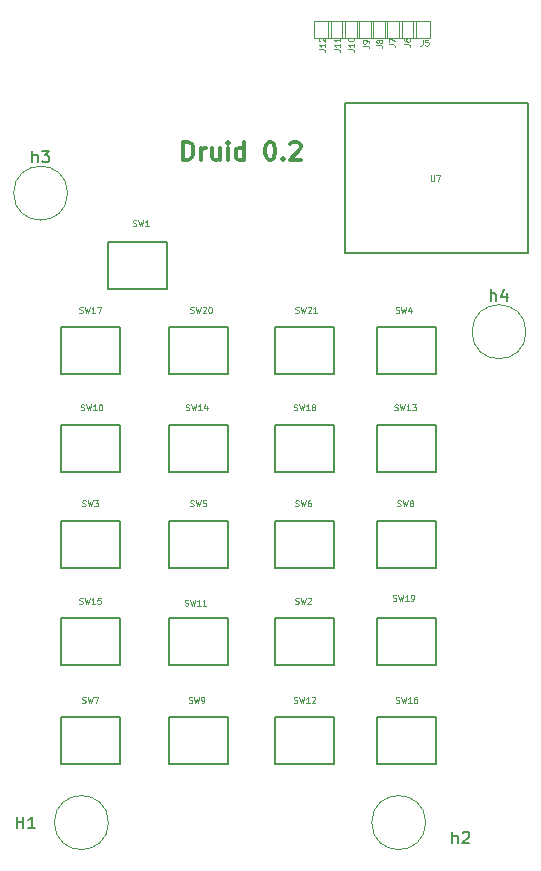
<source format=gbr>
G04 #@! TF.GenerationSoftware,KiCad,Pcbnew,5.0.2*
G04 #@! TF.CreationDate,2019-03-01T11:34:39+03:00*
G04 #@! TF.ProjectId,xmobile,786d6f62-696c-4652-9e6b-696361645f70,rev?*
G04 #@! TF.SameCoordinates,Original*
G04 #@! TF.FileFunction,Legend,Top*
G04 #@! TF.FilePolarity,Positive*
%FSLAX46Y46*%
G04 Gerber Fmt 4.6, Leading zero omitted, Abs format (unit mm)*
G04 Created by KiCad (PCBNEW 5.0.2) date Пт 01 мар 2019 11:34:39*
%MOMM*%
%LPD*%
G01*
G04 APERTURE LIST*
%ADD10C,0.300000*%
%ADD11C,0.120000*%
%ADD12C,0.150000*%
%ADD13C,0.125000*%
G04 APERTURE END LIST*
D10*
X160671428Y-80978571D02*
X160671428Y-79478571D01*
X161028571Y-79478571D01*
X161242857Y-79550000D01*
X161385714Y-79692857D01*
X161457142Y-79835714D01*
X161528571Y-80121428D01*
X161528571Y-80335714D01*
X161457142Y-80621428D01*
X161385714Y-80764285D01*
X161242857Y-80907142D01*
X161028571Y-80978571D01*
X160671428Y-80978571D01*
X162171428Y-80978571D02*
X162171428Y-79978571D01*
X162171428Y-80264285D02*
X162242857Y-80121428D01*
X162314285Y-80050000D01*
X162457142Y-79978571D01*
X162600000Y-79978571D01*
X163742857Y-79978571D02*
X163742857Y-80978571D01*
X163100000Y-79978571D02*
X163100000Y-80764285D01*
X163171428Y-80907142D01*
X163314285Y-80978571D01*
X163528571Y-80978571D01*
X163671428Y-80907142D01*
X163742857Y-80835714D01*
X164457142Y-80978571D02*
X164457142Y-79978571D01*
X164457142Y-79478571D02*
X164385714Y-79550000D01*
X164457142Y-79621428D01*
X164528571Y-79550000D01*
X164457142Y-79478571D01*
X164457142Y-79621428D01*
X165814285Y-80978571D02*
X165814285Y-79478571D01*
X165814285Y-80907142D02*
X165671428Y-80978571D01*
X165385714Y-80978571D01*
X165242857Y-80907142D01*
X165171428Y-80835714D01*
X165100000Y-80692857D01*
X165100000Y-80264285D01*
X165171428Y-80121428D01*
X165242857Y-80050000D01*
X165385714Y-79978571D01*
X165671428Y-79978571D01*
X165814285Y-80050000D01*
X167957142Y-79478571D02*
X168100000Y-79478571D01*
X168242857Y-79550000D01*
X168314285Y-79621428D01*
X168385714Y-79764285D01*
X168457142Y-80050000D01*
X168457142Y-80407142D01*
X168385714Y-80692857D01*
X168314285Y-80835714D01*
X168242857Y-80907142D01*
X168100000Y-80978571D01*
X167957142Y-80978571D01*
X167814285Y-80907142D01*
X167742857Y-80835714D01*
X167671428Y-80692857D01*
X167600000Y-80407142D01*
X167600000Y-80050000D01*
X167671428Y-79764285D01*
X167742857Y-79621428D01*
X167814285Y-79550000D01*
X167957142Y-79478571D01*
X169100000Y-80835714D02*
X169171428Y-80907142D01*
X169100000Y-80978571D01*
X169028571Y-80907142D01*
X169100000Y-80835714D01*
X169100000Y-80978571D01*
X169742857Y-79621428D02*
X169814285Y-79550000D01*
X169957142Y-79478571D01*
X170314285Y-79478571D01*
X170457142Y-79550000D01*
X170528571Y-79621428D01*
X170600000Y-79764285D01*
X170600000Y-79907142D01*
X170528571Y-80121428D01*
X169671428Y-80978571D01*
X170600000Y-80978571D01*
D11*
G04 #@! TO.C,h3*
X150876000Y-83820000D02*
G75*
G03X150876000Y-83820000I-2286000J0D01*
G01*
G04 #@! TO.C,h4*
X189687000Y-95554800D02*
G75*
G03X189687000Y-95554800I-2286000J0D01*
G01*
G04 #@! TO.C,h2*
X181191000Y-137109000D02*
G75*
G03X181191000Y-137109000I-2286000J0D01*
G01*
G04 #@! TO.C,H1*
X154330000Y-137109000D02*
G75*
G03X154330000Y-137109000I-2286000J0D01*
G01*
D12*
G04 #@! TO.C,SW1*
X159323000Y-91940000D02*
X159323000Y-87940000D01*
X154323000Y-91940000D02*
X159323000Y-91940000D01*
X154323000Y-87940000D02*
X154323000Y-91940000D01*
X159323000Y-87940000D02*
X154323000Y-87940000D01*
G04 #@! TO.C,SW2*
X173442000Y-123793000D02*
X173442000Y-119793000D01*
X168442000Y-123793000D02*
X173442000Y-123793000D01*
X168442000Y-119793000D02*
X168442000Y-123793000D01*
X173442000Y-119793000D02*
X168442000Y-119793000D01*
G04 #@! TO.C,SW3*
X155281000Y-115538000D02*
X155281000Y-111538000D01*
X150281000Y-115538000D02*
X155281000Y-115538000D01*
X150281000Y-111538000D02*
X150281000Y-115538000D01*
X155281000Y-111538000D02*
X150281000Y-111538000D01*
G04 #@! TO.C,SW4*
X182078000Y-99155000D02*
X182078000Y-95155000D01*
X177078000Y-99155000D02*
X182078000Y-99155000D01*
X177078000Y-95155000D02*
X177078000Y-99155000D01*
X182078000Y-95155000D02*
X177078000Y-95155000D01*
G04 #@! TO.C,SW5*
X164425000Y-115538000D02*
X164425000Y-111538000D01*
X159425000Y-115538000D02*
X164425000Y-115538000D01*
X159425000Y-111538000D02*
X159425000Y-115538000D01*
X164425000Y-111538000D02*
X159425000Y-111538000D01*
G04 #@! TO.C,SW6*
X173442000Y-115538000D02*
X173442000Y-111538000D01*
X168442000Y-115538000D02*
X173442000Y-115538000D01*
X168442000Y-111538000D02*
X168442000Y-115538000D01*
X173442000Y-111538000D02*
X168442000Y-111538000D01*
G04 #@! TO.C,SW7*
X155281000Y-132175000D02*
X155281000Y-128175000D01*
X150281000Y-132175000D02*
X155281000Y-132175000D01*
X150281000Y-128175000D02*
X150281000Y-132175000D01*
X155281000Y-128175000D02*
X150281000Y-128175000D01*
G04 #@! TO.C,SW8*
X182078000Y-115538000D02*
X182078000Y-111538000D01*
X177078000Y-115538000D02*
X182078000Y-115538000D01*
X177078000Y-111538000D02*
X177078000Y-115538000D01*
X182078000Y-111538000D02*
X177078000Y-111538000D01*
G04 #@! TO.C,SW9*
X164425000Y-132175000D02*
X164425000Y-128175000D01*
X159425000Y-132175000D02*
X164425000Y-132175000D01*
X159425000Y-128175000D02*
X159425000Y-132175000D01*
X164425000Y-128175000D02*
X159425000Y-128175000D01*
G04 #@! TO.C,SW10*
X155281000Y-107410000D02*
X155281000Y-103410000D01*
X150281000Y-107410000D02*
X155281000Y-107410000D01*
X150281000Y-103410000D02*
X150281000Y-107410000D01*
X155281000Y-103410000D02*
X150281000Y-103410000D01*
G04 #@! TO.C,SW11*
X164425000Y-123793000D02*
X164425000Y-119793000D01*
X159425000Y-123793000D02*
X164425000Y-123793000D01*
X159425000Y-119793000D02*
X159425000Y-123793000D01*
X164425000Y-119793000D02*
X159425000Y-119793000D01*
G04 #@! TO.C,SW12*
X173442000Y-132175000D02*
X173442000Y-128175000D01*
X168442000Y-132175000D02*
X173442000Y-132175000D01*
X168442000Y-128175000D02*
X168442000Y-132175000D01*
X173442000Y-128175000D02*
X168442000Y-128175000D01*
G04 #@! TO.C,SW13*
X182078000Y-107410000D02*
X182078000Y-103410000D01*
X177078000Y-107410000D02*
X182078000Y-107410000D01*
X177078000Y-103410000D02*
X177078000Y-107410000D01*
X182078000Y-103410000D02*
X177078000Y-103410000D01*
G04 #@! TO.C,SW14*
X164425000Y-107410000D02*
X164425000Y-103410000D01*
X159425000Y-107410000D02*
X164425000Y-107410000D01*
X159425000Y-103410000D02*
X159425000Y-107410000D01*
X164425000Y-103410000D02*
X159425000Y-103410000D01*
G04 #@! TO.C,SW15*
X155281000Y-123793000D02*
X155281000Y-119793000D01*
X150281000Y-123793000D02*
X155281000Y-123793000D01*
X150281000Y-119793000D02*
X150281000Y-123793000D01*
X155281000Y-119793000D02*
X150281000Y-119793000D01*
G04 #@! TO.C,SW16*
X182078000Y-132175000D02*
X182078000Y-128175000D01*
X177078000Y-132175000D02*
X182078000Y-132175000D01*
X177078000Y-128175000D02*
X177078000Y-132175000D01*
X182078000Y-128175000D02*
X177078000Y-128175000D01*
G04 #@! TO.C,SW17*
X155281000Y-99155000D02*
X155281000Y-95155000D01*
X150281000Y-99155000D02*
X155281000Y-99155000D01*
X150281000Y-95155000D02*
X150281000Y-99155000D01*
X155281000Y-95155000D02*
X150281000Y-95155000D01*
G04 #@! TO.C,SW18*
X173442000Y-107410000D02*
X173442000Y-103410000D01*
X168442000Y-107410000D02*
X173442000Y-107410000D01*
X168442000Y-103410000D02*
X168442000Y-107410000D01*
X173442000Y-103410000D02*
X168442000Y-103410000D01*
G04 #@! TO.C,SW19*
X182078000Y-123793000D02*
X182078000Y-119793000D01*
X177078000Y-123793000D02*
X182078000Y-123793000D01*
X177078000Y-119793000D02*
X177078000Y-123793000D01*
X182078000Y-119793000D02*
X177078000Y-119793000D01*
G04 #@! TO.C,SW20*
X164425000Y-99155000D02*
X164425000Y-95155000D01*
X159425000Y-99155000D02*
X164425000Y-99155000D01*
X159425000Y-95155000D02*
X159425000Y-99155000D01*
X164425000Y-95155000D02*
X159425000Y-95155000D01*
G04 #@! TO.C,SW21*
X173442000Y-99155000D02*
X173442000Y-95155000D01*
X168442000Y-99155000D02*
X173442000Y-99155000D01*
X168442000Y-95155000D02*
X168442000Y-99155000D01*
X173442000Y-95155000D02*
X168442000Y-95155000D01*
G04 #@! TO.C,U7*
X174380000Y-88875000D02*
X174380000Y-82550000D01*
X189830000Y-88875000D02*
X174380000Y-88875000D01*
X189830000Y-76225000D02*
X189830000Y-88875000D01*
X174380000Y-76225000D02*
X189830000Y-76225000D01*
X174380000Y-82550000D02*
X174380000Y-76225000D01*
X189830000Y-88875000D02*
X189830000Y-88660000D01*
D11*
G04 #@! TO.C,J5*
X180150000Y-69250000D02*
X181550000Y-69250000D01*
X181550000Y-69250000D02*
X181550000Y-70650000D01*
X181550000Y-70650000D02*
X180150000Y-70650000D01*
X180150000Y-70650000D02*
X180150000Y-69250000D01*
G04 #@! TO.C,J6*
X178950000Y-70650000D02*
X178950000Y-69250000D01*
X180350000Y-70650000D02*
X178950000Y-70650000D01*
X180350000Y-69250000D02*
X180350000Y-70650000D01*
X178950000Y-69250000D02*
X180350000Y-69250000D01*
G04 #@! TO.C,J7*
X177750000Y-69250000D02*
X179150000Y-69250000D01*
X179150000Y-69250000D02*
X179150000Y-70650000D01*
X179150000Y-70650000D02*
X177750000Y-70650000D01*
X177750000Y-70650000D02*
X177750000Y-69250000D01*
G04 #@! TO.C,J8*
X176550000Y-70650000D02*
X176550000Y-69250000D01*
X177950000Y-70650000D02*
X176550000Y-70650000D01*
X177950000Y-69250000D02*
X177950000Y-70650000D01*
X176550000Y-69250000D02*
X177950000Y-69250000D01*
G04 #@! TO.C,J9*
X175350000Y-69250000D02*
X176750000Y-69250000D01*
X176750000Y-69250000D02*
X176750000Y-70650000D01*
X176750000Y-70650000D02*
X175350000Y-70650000D01*
X175350000Y-70650000D02*
X175350000Y-69250000D01*
G04 #@! TO.C,J10*
X174150000Y-70650000D02*
X174150000Y-69250000D01*
X175550000Y-70650000D02*
X174150000Y-70650000D01*
X175550000Y-69250000D02*
X175550000Y-70650000D01*
X174150000Y-69250000D02*
X175550000Y-69250000D01*
G04 #@! TO.C,J11*
X172950000Y-69250000D02*
X174350000Y-69250000D01*
X174350000Y-69250000D02*
X174350000Y-70650000D01*
X174350000Y-70650000D02*
X172950000Y-70650000D01*
X172950000Y-70650000D02*
X172950000Y-69250000D01*
G04 #@! TO.C,J12*
X171750000Y-70650000D02*
X171750000Y-69250000D01*
X173150000Y-70650000D02*
X171750000Y-70650000D01*
X173150000Y-69250000D02*
X173150000Y-70650000D01*
X171750000Y-69250000D02*
X173150000Y-69250000D01*
G04 #@! TO.C,h3*
D12*
X147899523Y-81224380D02*
X147899523Y-80224380D01*
X148328095Y-81224380D02*
X148328095Y-80700571D01*
X148280476Y-80605333D01*
X148185238Y-80557714D01*
X148042380Y-80557714D01*
X147947142Y-80605333D01*
X147899523Y-80652952D01*
X148709047Y-80224380D02*
X149328095Y-80224380D01*
X148994761Y-80605333D01*
X149137619Y-80605333D01*
X149232857Y-80652952D01*
X149280476Y-80700571D01*
X149328095Y-80795809D01*
X149328095Y-81033904D01*
X149280476Y-81129142D01*
X149232857Y-81176761D01*
X149137619Y-81224380D01*
X148851904Y-81224380D01*
X148756666Y-81176761D01*
X148709047Y-81129142D01*
G04 #@! TO.C,h4*
X186710523Y-92959180D02*
X186710523Y-91959180D01*
X187139095Y-92959180D02*
X187139095Y-92435371D01*
X187091476Y-92340133D01*
X186996238Y-92292514D01*
X186853380Y-92292514D01*
X186758142Y-92340133D01*
X186710523Y-92387752D01*
X188043857Y-92292514D02*
X188043857Y-92959180D01*
X187805761Y-91911561D02*
X187567666Y-92625847D01*
X188186714Y-92625847D01*
G04 #@! TO.C,h2*
X183459623Y-138882180D02*
X183459623Y-137882180D01*
X183888195Y-138882180D02*
X183888195Y-138358371D01*
X183840576Y-138263133D01*
X183745338Y-138215514D01*
X183602480Y-138215514D01*
X183507242Y-138263133D01*
X183459623Y-138310752D01*
X184316766Y-137977419D02*
X184364385Y-137929800D01*
X184459623Y-137882180D01*
X184697719Y-137882180D01*
X184792957Y-137929800D01*
X184840576Y-137977419D01*
X184888195Y-138072657D01*
X184888195Y-138167895D01*
X184840576Y-138310752D01*
X184269147Y-138882180D01*
X184888195Y-138882180D01*
G04 #@! TO.C,H1*
X146557695Y-137612180D02*
X146557695Y-136612180D01*
X146557695Y-137088371D02*
X147129123Y-137088371D01*
X147129123Y-137612180D02*
X147129123Y-136612180D01*
X148129123Y-137612180D02*
X147557695Y-137612180D01*
X147843409Y-137612180D02*
X147843409Y-136612180D01*
X147748171Y-136755038D01*
X147652933Y-136850276D01*
X147557695Y-136897895D01*
G04 #@! TO.C,SW1*
D13*
X156410333Y-86586380D02*
X156481761Y-86610190D01*
X156600809Y-86610190D01*
X156648428Y-86586380D01*
X156672238Y-86562571D01*
X156696047Y-86514952D01*
X156696047Y-86467333D01*
X156672238Y-86419714D01*
X156648428Y-86395904D01*
X156600809Y-86372095D01*
X156505571Y-86348285D01*
X156457952Y-86324476D01*
X156434142Y-86300666D01*
X156410333Y-86253047D01*
X156410333Y-86205428D01*
X156434142Y-86157809D01*
X156457952Y-86134000D01*
X156505571Y-86110190D01*
X156624619Y-86110190D01*
X156696047Y-86134000D01*
X156862714Y-86110190D02*
X156981761Y-86610190D01*
X157077000Y-86253047D01*
X157172238Y-86610190D01*
X157291285Y-86110190D01*
X157743666Y-86610190D02*
X157457952Y-86610190D01*
X157600809Y-86610190D02*
X157600809Y-86110190D01*
X157553190Y-86181619D01*
X157505571Y-86229238D01*
X157457952Y-86253047D01*
G04 #@! TO.C,SW2*
X170148333Y-118566380D02*
X170219761Y-118590190D01*
X170338809Y-118590190D01*
X170386428Y-118566380D01*
X170410238Y-118542571D01*
X170434047Y-118494952D01*
X170434047Y-118447333D01*
X170410238Y-118399714D01*
X170386428Y-118375904D01*
X170338809Y-118352095D01*
X170243571Y-118328285D01*
X170195952Y-118304476D01*
X170172142Y-118280666D01*
X170148333Y-118233047D01*
X170148333Y-118185428D01*
X170172142Y-118137809D01*
X170195952Y-118114000D01*
X170243571Y-118090190D01*
X170362619Y-118090190D01*
X170434047Y-118114000D01*
X170600714Y-118090190D02*
X170719761Y-118590190D01*
X170815000Y-118233047D01*
X170910238Y-118590190D01*
X171029285Y-118090190D01*
X171195952Y-118137809D02*
X171219761Y-118114000D01*
X171267380Y-118090190D01*
X171386428Y-118090190D01*
X171434047Y-118114000D01*
X171457857Y-118137809D01*
X171481666Y-118185428D01*
X171481666Y-118233047D01*
X171457857Y-118304476D01*
X171172142Y-118590190D01*
X171481666Y-118590190D01*
G04 #@! TO.C,SW3*
X152114333Y-110311380D02*
X152185761Y-110335190D01*
X152304809Y-110335190D01*
X152352428Y-110311380D01*
X152376238Y-110287571D01*
X152400047Y-110239952D01*
X152400047Y-110192333D01*
X152376238Y-110144714D01*
X152352428Y-110120904D01*
X152304809Y-110097095D01*
X152209571Y-110073285D01*
X152161952Y-110049476D01*
X152138142Y-110025666D01*
X152114333Y-109978047D01*
X152114333Y-109930428D01*
X152138142Y-109882809D01*
X152161952Y-109859000D01*
X152209571Y-109835190D01*
X152328619Y-109835190D01*
X152400047Y-109859000D01*
X152566714Y-109835190D02*
X152685761Y-110335190D01*
X152781000Y-109978047D01*
X152876238Y-110335190D01*
X152995285Y-109835190D01*
X153138142Y-109835190D02*
X153447666Y-109835190D01*
X153281000Y-110025666D01*
X153352428Y-110025666D01*
X153400047Y-110049476D01*
X153423857Y-110073285D01*
X153447666Y-110120904D01*
X153447666Y-110239952D01*
X153423857Y-110287571D01*
X153400047Y-110311380D01*
X153352428Y-110335190D01*
X153209571Y-110335190D01*
X153161952Y-110311380D01*
X153138142Y-110287571D01*
G04 #@! TO.C,SW4*
X178657333Y-93928380D02*
X178728761Y-93952190D01*
X178847809Y-93952190D01*
X178895428Y-93928380D01*
X178919238Y-93904571D01*
X178943047Y-93856952D01*
X178943047Y-93809333D01*
X178919238Y-93761714D01*
X178895428Y-93737904D01*
X178847809Y-93714095D01*
X178752571Y-93690285D01*
X178704952Y-93666476D01*
X178681142Y-93642666D01*
X178657333Y-93595047D01*
X178657333Y-93547428D01*
X178681142Y-93499809D01*
X178704952Y-93476000D01*
X178752571Y-93452190D01*
X178871619Y-93452190D01*
X178943047Y-93476000D01*
X179109714Y-93452190D02*
X179228761Y-93952190D01*
X179324000Y-93595047D01*
X179419238Y-93952190D01*
X179538285Y-93452190D01*
X179943047Y-93618857D02*
X179943047Y-93952190D01*
X179824000Y-93428380D02*
X179704952Y-93785523D01*
X180014476Y-93785523D01*
G04 #@! TO.C,SW5*
X161258333Y-110311380D02*
X161329761Y-110335190D01*
X161448809Y-110335190D01*
X161496428Y-110311380D01*
X161520238Y-110287571D01*
X161544047Y-110239952D01*
X161544047Y-110192333D01*
X161520238Y-110144714D01*
X161496428Y-110120904D01*
X161448809Y-110097095D01*
X161353571Y-110073285D01*
X161305952Y-110049476D01*
X161282142Y-110025666D01*
X161258333Y-109978047D01*
X161258333Y-109930428D01*
X161282142Y-109882809D01*
X161305952Y-109859000D01*
X161353571Y-109835190D01*
X161472619Y-109835190D01*
X161544047Y-109859000D01*
X161710714Y-109835190D02*
X161829761Y-110335190D01*
X161925000Y-109978047D01*
X162020238Y-110335190D01*
X162139285Y-109835190D01*
X162567857Y-109835190D02*
X162329761Y-109835190D01*
X162305952Y-110073285D01*
X162329761Y-110049476D01*
X162377380Y-110025666D01*
X162496428Y-110025666D01*
X162544047Y-110049476D01*
X162567857Y-110073285D01*
X162591666Y-110120904D01*
X162591666Y-110239952D01*
X162567857Y-110287571D01*
X162544047Y-110311380D01*
X162496428Y-110335190D01*
X162377380Y-110335190D01*
X162329761Y-110311380D01*
X162305952Y-110287571D01*
G04 #@! TO.C,SW6*
X170148333Y-110311380D02*
X170219761Y-110335190D01*
X170338809Y-110335190D01*
X170386428Y-110311380D01*
X170410238Y-110287571D01*
X170434047Y-110239952D01*
X170434047Y-110192333D01*
X170410238Y-110144714D01*
X170386428Y-110120904D01*
X170338809Y-110097095D01*
X170243571Y-110073285D01*
X170195952Y-110049476D01*
X170172142Y-110025666D01*
X170148333Y-109978047D01*
X170148333Y-109930428D01*
X170172142Y-109882809D01*
X170195952Y-109859000D01*
X170243571Y-109835190D01*
X170362619Y-109835190D01*
X170434047Y-109859000D01*
X170600714Y-109835190D02*
X170719761Y-110335190D01*
X170815000Y-109978047D01*
X170910238Y-110335190D01*
X171029285Y-109835190D01*
X171434047Y-109835190D02*
X171338809Y-109835190D01*
X171291190Y-109859000D01*
X171267380Y-109882809D01*
X171219761Y-109954238D01*
X171195952Y-110049476D01*
X171195952Y-110239952D01*
X171219761Y-110287571D01*
X171243571Y-110311380D01*
X171291190Y-110335190D01*
X171386428Y-110335190D01*
X171434047Y-110311380D01*
X171457857Y-110287571D01*
X171481666Y-110239952D01*
X171481666Y-110120904D01*
X171457857Y-110073285D01*
X171434047Y-110049476D01*
X171386428Y-110025666D01*
X171291190Y-110025666D01*
X171243571Y-110049476D01*
X171219761Y-110073285D01*
X171195952Y-110120904D01*
G04 #@! TO.C,SW7*
X152114333Y-126948380D02*
X152185761Y-126972190D01*
X152304809Y-126972190D01*
X152352428Y-126948380D01*
X152376238Y-126924571D01*
X152400047Y-126876952D01*
X152400047Y-126829333D01*
X152376238Y-126781714D01*
X152352428Y-126757904D01*
X152304809Y-126734095D01*
X152209571Y-126710285D01*
X152161952Y-126686476D01*
X152138142Y-126662666D01*
X152114333Y-126615047D01*
X152114333Y-126567428D01*
X152138142Y-126519809D01*
X152161952Y-126496000D01*
X152209571Y-126472190D01*
X152328619Y-126472190D01*
X152400047Y-126496000D01*
X152566714Y-126472190D02*
X152685761Y-126972190D01*
X152781000Y-126615047D01*
X152876238Y-126972190D01*
X152995285Y-126472190D01*
X153138142Y-126472190D02*
X153471476Y-126472190D01*
X153257190Y-126972190D01*
G04 #@! TO.C,SW8*
X178784333Y-110311380D02*
X178855761Y-110335190D01*
X178974809Y-110335190D01*
X179022428Y-110311380D01*
X179046238Y-110287571D01*
X179070047Y-110239952D01*
X179070047Y-110192333D01*
X179046238Y-110144714D01*
X179022428Y-110120904D01*
X178974809Y-110097095D01*
X178879571Y-110073285D01*
X178831952Y-110049476D01*
X178808142Y-110025666D01*
X178784333Y-109978047D01*
X178784333Y-109930428D01*
X178808142Y-109882809D01*
X178831952Y-109859000D01*
X178879571Y-109835190D01*
X178998619Y-109835190D01*
X179070047Y-109859000D01*
X179236714Y-109835190D02*
X179355761Y-110335190D01*
X179451000Y-109978047D01*
X179546238Y-110335190D01*
X179665285Y-109835190D01*
X179927190Y-110049476D02*
X179879571Y-110025666D01*
X179855761Y-110001857D01*
X179831952Y-109954238D01*
X179831952Y-109930428D01*
X179855761Y-109882809D01*
X179879571Y-109859000D01*
X179927190Y-109835190D01*
X180022428Y-109835190D01*
X180070047Y-109859000D01*
X180093857Y-109882809D01*
X180117666Y-109930428D01*
X180117666Y-109954238D01*
X180093857Y-110001857D01*
X180070047Y-110025666D01*
X180022428Y-110049476D01*
X179927190Y-110049476D01*
X179879571Y-110073285D01*
X179855761Y-110097095D01*
X179831952Y-110144714D01*
X179831952Y-110239952D01*
X179855761Y-110287571D01*
X179879571Y-110311380D01*
X179927190Y-110335190D01*
X180022428Y-110335190D01*
X180070047Y-110311380D01*
X180093857Y-110287571D01*
X180117666Y-110239952D01*
X180117666Y-110144714D01*
X180093857Y-110097095D01*
X180070047Y-110073285D01*
X180022428Y-110049476D01*
G04 #@! TO.C,SW9*
X161131333Y-126948380D02*
X161202761Y-126972190D01*
X161321809Y-126972190D01*
X161369428Y-126948380D01*
X161393238Y-126924571D01*
X161417047Y-126876952D01*
X161417047Y-126829333D01*
X161393238Y-126781714D01*
X161369428Y-126757904D01*
X161321809Y-126734095D01*
X161226571Y-126710285D01*
X161178952Y-126686476D01*
X161155142Y-126662666D01*
X161131333Y-126615047D01*
X161131333Y-126567428D01*
X161155142Y-126519809D01*
X161178952Y-126496000D01*
X161226571Y-126472190D01*
X161345619Y-126472190D01*
X161417047Y-126496000D01*
X161583714Y-126472190D02*
X161702761Y-126972190D01*
X161798000Y-126615047D01*
X161893238Y-126972190D01*
X162012285Y-126472190D01*
X162226571Y-126972190D02*
X162321809Y-126972190D01*
X162369428Y-126948380D01*
X162393238Y-126924571D01*
X162440857Y-126853142D01*
X162464666Y-126757904D01*
X162464666Y-126567428D01*
X162440857Y-126519809D01*
X162417047Y-126496000D01*
X162369428Y-126472190D01*
X162274190Y-126472190D01*
X162226571Y-126496000D01*
X162202761Y-126519809D01*
X162178952Y-126567428D01*
X162178952Y-126686476D01*
X162202761Y-126734095D01*
X162226571Y-126757904D01*
X162274190Y-126781714D01*
X162369428Y-126781714D01*
X162417047Y-126757904D01*
X162440857Y-126734095D01*
X162464666Y-126686476D01*
G04 #@! TO.C,SW10*
X152003238Y-102183380D02*
X152074666Y-102207190D01*
X152193714Y-102207190D01*
X152241333Y-102183380D01*
X152265142Y-102159571D01*
X152288952Y-102111952D01*
X152288952Y-102064333D01*
X152265142Y-102016714D01*
X152241333Y-101992904D01*
X152193714Y-101969095D01*
X152098476Y-101945285D01*
X152050857Y-101921476D01*
X152027047Y-101897666D01*
X152003238Y-101850047D01*
X152003238Y-101802428D01*
X152027047Y-101754809D01*
X152050857Y-101731000D01*
X152098476Y-101707190D01*
X152217523Y-101707190D01*
X152288952Y-101731000D01*
X152455619Y-101707190D02*
X152574666Y-102207190D01*
X152669904Y-101850047D01*
X152765142Y-102207190D01*
X152884190Y-101707190D01*
X153336571Y-102207190D02*
X153050857Y-102207190D01*
X153193714Y-102207190D02*
X153193714Y-101707190D01*
X153146095Y-101778619D01*
X153098476Y-101826238D01*
X153050857Y-101850047D01*
X153646095Y-101707190D02*
X153693714Y-101707190D01*
X153741333Y-101731000D01*
X153765142Y-101754809D01*
X153788952Y-101802428D01*
X153812761Y-101897666D01*
X153812761Y-102016714D01*
X153788952Y-102111952D01*
X153765142Y-102159571D01*
X153741333Y-102183380D01*
X153693714Y-102207190D01*
X153646095Y-102207190D01*
X153598476Y-102183380D01*
X153574666Y-102159571D01*
X153550857Y-102111952D01*
X153527047Y-102016714D01*
X153527047Y-101897666D01*
X153550857Y-101802428D01*
X153574666Y-101754809D01*
X153598476Y-101731000D01*
X153646095Y-101707190D01*
G04 #@! TO.C,SW11*
X160795238Y-118717380D02*
X160866666Y-118741190D01*
X160985714Y-118741190D01*
X161033333Y-118717380D01*
X161057142Y-118693571D01*
X161080952Y-118645952D01*
X161080952Y-118598333D01*
X161057142Y-118550714D01*
X161033333Y-118526904D01*
X160985714Y-118503095D01*
X160890476Y-118479285D01*
X160842857Y-118455476D01*
X160819047Y-118431666D01*
X160795238Y-118384047D01*
X160795238Y-118336428D01*
X160819047Y-118288809D01*
X160842857Y-118265000D01*
X160890476Y-118241190D01*
X161009523Y-118241190D01*
X161080952Y-118265000D01*
X161247619Y-118241190D02*
X161366666Y-118741190D01*
X161461904Y-118384047D01*
X161557142Y-118741190D01*
X161676190Y-118241190D01*
X162128571Y-118741190D02*
X161842857Y-118741190D01*
X161985714Y-118741190D02*
X161985714Y-118241190D01*
X161938095Y-118312619D01*
X161890476Y-118360238D01*
X161842857Y-118384047D01*
X162604761Y-118741190D02*
X162319047Y-118741190D01*
X162461904Y-118741190D02*
X162461904Y-118241190D01*
X162414285Y-118312619D01*
X162366666Y-118360238D01*
X162319047Y-118384047D01*
G04 #@! TO.C,SW12*
X170037238Y-126948380D02*
X170108666Y-126972190D01*
X170227714Y-126972190D01*
X170275333Y-126948380D01*
X170299142Y-126924571D01*
X170322952Y-126876952D01*
X170322952Y-126829333D01*
X170299142Y-126781714D01*
X170275333Y-126757904D01*
X170227714Y-126734095D01*
X170132476Y-126710285D01*
X170084857Y-126686476D01*
X170061047Y-126662666D01*
X170037238Y-126615047D01*
X170037238Y-126567428D01*
X170061047Y-126519809D01*
X170084857Y-126496000D01*
X170132476Y-126472190D01*
X170251523Y-126472190D01*
X170322952Y-126496000D01*
X170489619Y-126472190D02*
X170608666Y-126972190D01*
X170703904Y-126615047D01*
X170799142Y-126972190D01*
X170918190Y-126472190D01*
X171370571Y-126972190D02*
X171084857Y-126972190D01*
X171227714Y-126972190D02*
X171227714Y-126472190D01*
X171180095Y-126543619D01*
X171132476Y-126591238D01*
X171084857Y-126615047D01*
X171561047Y-126519809D02*
X171584857Y-126496000D01*
X171632476Y-126472190D01*
X171751523Y-126472190D01*
X171799142Y-126496000D01*
X171822952Y-126519809D01*
X171846761Y-126567428D01*
X171846761Y-126615047D01*
X171822952Y-126686476D01*
X171537238Y-126972190D01*
X171846761Y-126972190D01*
G04 #@! TO.C,SW13*
X178546238Y-102183380D02*
X178617666Y-102207190D01*
X178736714Y-102207190D01*
X178784333Y-102183380D01*
X178808142Y-102159571D01*
X178831952Y-102111952D01*
X178831952Y-102064333D01*
X178808142Y-102016714D01*
X178784333Y-101992904D01*
X178736714Y-101969095D01*
X178641476Y-101945285D01*
X178593857Y-101921476D01*
X178570047Y-101897666D01*
X178546238Y-101850047D01*
X178546238Y-101802428D01*
X178570047Y-101754809D01*
X178593857Y-101731000D01*
X178641476Y-101707190D01*
X178760523Y-101707190D01*
X178831952Y-101731000D01*
X178998619Y-101707190D02*
X179117666Y-102207190D01*
X179212904Y-101850047D01*
X179308142Y-102207190D01*
X179427190Y-101707190D01*
X179879571Y-102207190D02*
X179593857Y-102207190D01*
X179736714Y-102207190D02*
X179736714Y-101707190D01*
X179689095Y-101778619D01*
X179641476Y-101826238D01*
X179593857Y-101850047D01*
X180046238Y-101707190D02*
X180355761Y-101707190D01*
X180189095Y-101897666D01*
X180260523Y-101897666D01*
X180308142Y-101921476D01*
X180331952Y-101945285D01*
X180355761Y-101992904D01*
X180355761Y-102111952D01*
X180331952Y-102159571D01*
X180308142Y-102183380D01*
X180260523Y-102207190D01*
X180117666Y-102207190D01*
X180070047Y-102183380D01*
X180046238Y-102159571D01*
G04 #@! TO.C,SW14*
X160893238Y-102183380D02*
X160964666Y-102207190D01*
X161083714Y-102207190D01*
X161131333Y-102183380D01*
X161155142Y-102159571D01*
X161178952Y-102111952D01*
X161178952Y-102064333D01*
X161155142Y-102016714D01*
X161131333Y-101992904D01*
X161083714Y-101969095D01*
X160988476Y-101945285D01*
X160940857Y-101921476D01*
X160917047Y-101897666D01*
X160893238Y-101850047D01*
X160893238Y-101802428D01*
X160917047Y-101754809D01*
X160940857Y-101731000D01*
X160988476Y-101707190D01*
X161107523Y-101707190D01*
X161178952Y-101731000D01*
X161345619Y-101707190D02*
X161464666Y-102207190D01*
X161559904Y-101850047D01*
X161655142Y-102207190D01*
X161774190Y-101707190D01*
X162226571Y-102207190D02*
X161940857Y-102207190D01*
X162083714Y-102207190D02*
X162083714Y-101707190D01*
X162036095Y-101778619D01*
X161988476Y-101826238D01*
X161940857Y-101850047D01*
X162655142Y-101873857D02*
X162655142Y-102207190D01*
X162536095Y-101683380D02*
X162417047Y-102040523D01*
X162726571Y-102040523D01*
G04 #@! TO.C,SW15*
X151876238Y-118566380D02*
X151947666Y-118590190D01*
X152066714Y-118590190D01*
X152114333Y-118566380D01*
X152138142Y-118542571D01*
X152161952Y-118494952D01*
X152161952Y-118447333D01*
X152138142Y-118399714D01*
X152114333Y-118375904D01*
X152066714Y-118352095D01*
X151971476Y-118328285D01*
X151923857Y-118304476D01*
X151900047Y-118280666D01*
X151876238Y-118233047D01*
X151876238Y-118185428D01*
X151900047Y-118137809D01*
X151923857Y-118114000D01*
X151971476Y-118090190D01*
X152090523Y-118090190D01*
X152161952Y-118114000D01*
X152328619Y-118090190D02*
X152447666Y-118590190D01*
X152542904Y-118233047D01*
X152638142Y-118590190D01*
X152757190Y-118090190D01*
X153209571Y-118590190D02*
X152923857Y-118590190D01*
X153066714Y-118590190D02*
X153066714Y-118090190D01*
X153019095Y-118161619D01*
X152971476Y-118209238D01*
X152923857Y-118233047D01*
X153661952Y-118090190D02*
X153423857Y-118090190D01*
X153400047Y-118328285D01*
X153423857Y-118304476D01*
X153471476Y-118280666D01*
X153590523Y-118280666D01*
X153638142Y-118304476D01*
X153661952Y-118328285D01*
X153685761Y-118375904D01*
X153685761Y-118494952D01*
X153661952Y-118542571D01*
X153638142Y-118566380D01*
X153590523Y-118590190D01*
X153471476Y-118590190D01*
X153423857Y-118566380D01*
X153400047Y-118542571D01*
G04 #@! TO.C,SW16*
X178673238Y-126948380D02*
X178744666Y-126972190D01*
X178863714Y-126972190D01*
X178911333Y-126948380D01*
X178935142Y-126924571D01*
X178958952Y-126876952D01*
X178958952Y-126829333D01*
X178935142Y-126781714D01*
X178911333Y-126757904D01*
X178863714Y-126734095D01*
X178768476Y-126710285D01*
X178720857Y-126686476D01*
X178697047Y-126662666D01*
X178673238Y-126615047D01*
X178673238Y-126567428D01*
X178697047Y-126519809D01*
X178720857Y-126496000D01*
X178768476Y-126472190D01*
X178887523Y-126472190D01*
X178958952Y-126496000D01*
X179125619Y-126472190D02*
X179244666Y-126972190D01*
X179339904Y-126615047D01*
X179435142Y-126972190D01*
X179554190Y-126472190D01*
X180006571Y-126972190D02*
X179720857Y-126972190D01*
X179863714Y-126972190D02*
X179863714Y-126472190D01*
X179816095Y-126543619D01*
X179768476Y-126591238D01*
X179720857Y-126615047D01*
X180435142Y-126472190D02*
X180339904Y-126472190D01*
X180292285Y-126496000D01*
X180268476Y-126519809D01*
X180220857Y-126591238D01*
X180197047Y-126686476D01*
X180197047Y-126876952D01*
X180220857Y-126924571D01*
X180244666Y-126948380D01*
X180292285Y-126972190D01*
X180387523Y-126972190D01*
X180435142Y-126948380D01*
X180458952Y-126924571D01*
X180482761Y-126876952D01*
X180482761Y-126757904D01*
X180458952Y-126710285D01*
X180435142Y-126686476D01*
X180387523Y-126662666D01*
X180292285Y-126662666D01*
X180244666Y-126686476D01*
X180220857Y-126710285D01*
X180197047Y-126757904D01*
G04 #@! TO.C,SW17*
X151876238Y-93928380D02*
X151947666Y-93952190D01*
X152066714Y-93952190D01*
X152114333Y-93928380D01*
X152138142Y-93904571D01*
X152161952Y-93856952D01*
X152161952Y-93809333D01*
X152138142Y-93761714D01*
X152114333Y-93737904D01*
X152066714Y-93714095D01*
X151971476Y-93690285D01*
X151923857Y-93666476D01*
X151900047Y-93642666D01*
X151876238Y-93595047D01*
X151876238Y-93547428D01*
X151900047Y-93499809D01*
X151923857Y-93476000D01*
X151971476Y-93452190D01*
X152090523Y-93452190D01*
X152161952Y-93476000D01*
X152328619Y-93452190D02*
X152447666Y-93952190D01*
X152542904Y-93595047D01*
X152638142Y-93952190D01*
X152757190Y-93452190D01*
X153209571Y-93952190D02*
X152923857Y-93952190D01*
X153066714Y-93952190D02*
X153066714Y-93452190D01*
X153019095Y-93523619D01*
X152971476Y-93571238D01*
X152923857Y-93595047D01*
X153376238Y-93452190D02*
X153709571Y-93452190D01*
X153495285Y-93952190D01*
G04 #@! TO.C,SW18*
X170037238Y-102183380D02*
X170108666Y-102207190D01*
X170227714Y-102207190D01*
X170275333Y-102183380D01*
X170299142Y-102159571D01*
X170322952Y-102111952D01*
X170322952Y-102064333D01*
X170299142Y-102016714D01*
X170275333Y-101992904D01*
X170227714Y-101969095D01*
X170132476Y-101945285D01*
X170084857Y-101921476D01*
X170061047Y-101897666D01*
X170037238Y-101850047D01*
X170037238Y-101802428D01*
X170061047Y-101754809D01*
X170084857Y-101731000D01*
X170132476Y-101707190D01*
X170251523Y-101707190D01*
X170322952Y-101731000D01*
X170489619Y-101707190D02*
X170608666Y-102207190D01*
X170703904Y-101850047D01*
X170799142Y-102207190D01*
X170918190Y-101707190D01*
X171370571Y-102207190D02*
X171084857Y-102207190D01*
X171227714Y-102207190D02*
X171227714Y-101707190D01*
X171180095Y-101778619D01*
X171132476Y-101826238D01*
X171084857Y-101850047D01*
X171656285Y-101921476D02*
X171608666Y-101897666D01*
X171584857Y-101873857D01*
X171561047Y-101826238D01*
X171561047Y-101802428D01*
X171584857Y-101754809D01*
X171608666Y-101731000D01*
X171656285Y-101707190D01*
X171751523Y-101707190D01*
X171799142Y-101731000D01*
X171822952Y-101754809D01*
X171846761Y-101802428D01*
X171846761Y-101826238D01*
X171822952Y-101873857D01*
X171799142Y-101897666D01*
X171751523Y-101921476D01*
X171656285Y-101921476D01*
X171608666Y-101945285D01*
X171584857Y-101969095D01*
X171561047Y-102016714D01*
X171561047Y-102111952D01*
X171584857Y-102159571D01*
X171608666Y-102183380D01*
X171656285Y-102207190D01*
X171751523Y-102207190D01*
X171799142Y-102183380D01*
X171822952Y-102159571D01*
X171846761Y-102111952D01*
X171846761Y-102016714D01*
X171822952Y-101969095D01*
X171799142Y-101945285D01*
X171751523Y-101921476D01*
G04 #@! TO.C,SW19*
X178419238Y-118312380D02*
X178490666Y-118336190D01*
X178609714Y-118336190D01*
X178657333Y-118312380D01*
X178681142Y-118288571D01*
X178704952Y-118240952D01*
X178704952Y-118193333D01*
X178681142Y-118145714D01*
X178657333Y-118121904D01*
X178609714Y-118098095D01*
X178514476Y-118074285D01*
X178466857Y-118050476D01*
X178443047Y-118026666D01*
X178419238Y-117979047D01*
X178419238Y-117931428D01*
X178443047Y-117883809D01*
X178466857Y-117860000D01*
X178514476Y-117836190D01*
X178633523Y-117836190D01*
X178704952Y-117860000D01*
X178871619Y-117836190D02*
X178990666Y-118336190D01*
X179085904Y-117979047D01*
X179181142Y-118336190D01*
X179300190Y-117836190D01*
X179752571Y-118336190D02*
X179466857Y-118336190D01*
X179609714Y-118336190D02*
X179609714Y-117836190D01*
X179562095Y-117907619D01*
X179514476Y-117955238D01*
X179466857Y-117979047D01*
X179990666Y-118336190D02*
X180085904Y-118336190D01*
X180133523Y-118312380D01*
X180157333Y-118288571D01*
X180204952Y-118217142D01*
X180228761Y-118121904D01*
X180228761Y-117931428D01*
X180204952Y-117883809D01*
X180181142Y-117860000D01*
X180133523Y-117836190D01*
X180038285Y-117836190D01*
X179990666Y-117860000D01*
X179966857Y-117883809D01*
X179943047Y-117931428D01*
X179943047Y-118050476D01*
X179966857Y-118098095D01*
X179990666Y-118121904D01*
X180038285Y-118145714D01*
X180133523Y-118145714D01*
X180181142Y-118121904D01*
X180204952Y-118098095D01*
X180228761Y-118050476D01*
G04 #@! TO.C,SW20*
X161274238Y-93928380D02*
X161345666Y-93952190D01*
X161464714Y-93952190D01*
X161512333Y-93928380D01*
X161536142Y-93904571D01*
X161559952Y-93856952D01*
X161559952Y-93809333D01*
X161536142Y-93761714D01*
X161512333Y-93737904D01*
X161464714Y-93714095D01*
X161369476Y-93690285D01*
X161321857Y-93666476D01*
X161298047Y-93642666D01*
X161274238Y-93595047D01*
X161274238Y-93547428D01*
X161298047Y-93499809D01*
X161321857Y-93476000D01*
X161369476Y-93452190D01*
X161488523Y-93452190D01*
X161559952Y-93476000D01*
X161726619Y-93452190D02*
X161845666Y-93952190D01*
X161940904Y-93595047D01*
X162036142Y-93952190D01*
X162155190Y-93452190D01*
X162321857Y-93499809D02*
X162345666Y-93476000D01*
X162393285Y-93452190D01*
X162512333Y-93452190D01*
X162559952Y-93476000D01*
X162583761Y-93499809D01*
X162607571Y-93547428D01*
X162607571Y-93595047D01*
X162583761Y-93666476D01*
X162298047Y-93952190D01*
X162607571Y-93952190D01*
X162917095Y-93452190D02*
X162964714Y-93452190D01*
X163012333Y-93476000D01*
X163036142Y-93499809D01*
X163059952Y-93547428D01*
X163083761Y-93642666D01*
X163083761Y-93761714D01*
X163059952Y-93856952D01*
X163036142Y-93904571D01*
X163012333Y-93928380D01*
X162964714Y-93952190D01*
X162917095Y-93952190D01*
X162869476Y-93928380D01*
X162845666Y-93904571D01*
X162821857Y-93856952D01*
X162798047Y-93761714D01*
X162798047Y-93642666D01*
X162821857Y-93547428D01*
X162845666Y-93499809D01*
X162869476Y-93476000D01*
X162917095Y-93452190D01*
G04 #@! TO.C,SW21*
X170164238Y-93928380D02*
X170235666Y-93952190D01*
X170354714Y-93952190D01*
X170402333Y-93928380D01*
X170426142Y-93904571D01*
X170449952Y-93856952D01*
X170449952Y-93809333D01*
X170426142Y-93761714D01*
X170402333Y-93737904D01*
X170354714Y-93714095D01*
X170259476Y-93690285D01*
X170211857Y-93666476D01*
X170188047Y-93642666D01*
X170164238Y-93595047D01*
X170164238Y-93547428D01*
X170188047Y-93499809D01*
X170211857Y-93476000D01*
X170259476Y-93452190D01*
X170378523Y-93452190D01*
X170449952Y-93476000D01*
X170616619Y-93452190D02*
X170735666Y-93952190D01*
X170830904Y-93595047D01*
X170926142Y-93952190D01*
X171045190Y-93452190D01*
X171211857Y-93499809D02*
X171235666Y-93476000D01*
X171283285Y-93452190D01*
X171402333Y-93452190D01*
X171449952Y-93476000D01*
X171473761Y-93499809D01*
X171497571Y-93547428D01*
X171497571Y-93595047D01*
X171473761Y-93666476D01*
X171188047Y-93952190D01*
X171497571Y-93952190D01*
X171973761Y-93952190D02*
X171688047Y-93952190D01*
X171830904Y-93952190D02*
X171830904Y-93452190D01*
X171783285Y-93523619D01*
X171735666Y-93571238D01*
X171688047Y-93595047D01*
G04 #@! TO.C,U7*
X181619047Y-82276190D02*
X181619047Y-82680952D01*
X181642857Y-82728571D01*
X181666666Y-82752380D01*
X181714285Y-82776190D01*
X181809523Y-82776190D01*
X181857142Y-82752380D01*
X181880952Y-82728571D01*
X181904761Y-82680952D01*
X181904761Y-82276190D01*
X182095238Y-82276190D02*
X182428571Y-82276190D01*
X182214285Y-82776190D01*
G04 #@! TO.C,J5*
X180933333Y-70826190D02*
X180933333Y-71183333D01*
X180909523Y-71254761D01*
X180861904Y-71302380D01*
X180790476Y-71326190D01*
X180742857Y-71326190D01*
X181409523Y-70826190D02*
X181171428Y-70826190D01*
X181147619Y-71064285D01*
X181171428Y-71040476D01*
X181219047Y-71016666D01*
X181338095Y-71016666D01*
X181385714Y-71040476D01*
X181409523Y-71064285D01*
X181433333Y-71111904D01*
X181433333Y-71230952D01*
X181409523Y-71278571D01*
X181385714Y-71302380D01*
X181338095Y-71326190D01*
X181219047Y-71326190D01*
X181171428Y-71302380D01*
X181147619Y-71278571D01*
G04 #@! TO.C,J6*
X179376190Y-71216666D02*
X179733333Y-71216666D01*
X179804761Y-71240476D01*
X179852380Y-71288095D01*
X179876190Y-71359523D01*
X179876190Y-71407142D01*
X179376190Y-70764285D02*
X179376190Y-70859523D01*
X179400000Y-70907142D01*
X179423809Y-70930952D01*
X179495238Y-70978571D01*
X179590476Y-71002380D01*
X179780952Y-71002380D01*
X179828571Y-70978571D01*
X179852380Y-70954761D01*
X179876190Y-70907142D01*
X179876190Y-70811904D01*
X179852380Y-70764285D01*
X179828571Y-70740476D01*
X179780952Y-70716666D01*
X179661904Y-70716666D01*
X179614285Y-70740476D01*
X179590476Y-70764285D01*
X179566666Y-70811904D01*
X179566666Y-70907142D01*
X179590476Y-70954761D01*
X179614285Y-70978571D01*
X179661904Y-71002380D01*
G04 #@! TO.C,J7*
X178076190Y-71216666D02*
X178433333Y-71216666D01*
X178504761Y-71240476D01*
X178552380Y-71288095D01*
X178576190Y-71359523D01*
X178576190Y-71407142D01*
X178076190Y-71026190D02*
X178076190Y-70692857D01*
X178576190Y-70907142D01*
G04 #@! TO.C,J8*
X177026190Y-71316666D02*
X177383333Y-71316666D01*
X177454761Y-71340476D01*
X177502380Y-71388095D01*
X177526190Y-71459523D01*
X177526190Y-71507142D01*
X177240476Y-71007142D02*
X177216666Y-71054761D01*
X177192857Y-71078571D01*
X177145238Y-71102380D01*
X177121428Y-71102380D01*
X177073809Y-71078571D01*
X177050000Y-71054761D01*
X177026190Y-71007142D01*
X177026190Y-70911904D01*
X177050000Y-70864285D01*
X177073809Y-70840476D01*
X177121428Y-70816666D01*
X177145238Y-70816666D01*
X177192857Y-70840476D01*
X177216666Y-70864285D01*
X177240476Y-70911904D01*
X177240476Y-71007142D01*
X177264285Y-71054761D01*
X177288095Y-71078571D01*
X177335714Y-71102380D01*
X177430952Y-71102380D01*
X177478571Y-71078571D01*
X177502380Y-71054761D01*
X177526190Y-71007142D01*
X177526190Y-70911904D01*
X177502380Y-70864285D01*
X177478571Y-70840476D01*
X177430952Y-70816666D01*
X177335714Y-70816666D01*
X177288095Y-70840476D01*
X177264285Y-70864285D01*
X177240476Y-70911904D01*
G04 #@! TO.C,J9*
X175876190Y-71366666D02*
X176233333Y-71366666D01*
X176304761Y-71390476D01*
X176352380Y-71438095D01*
X176376190Y-71509523D01*
X176376190Y-71557142D01*
X176376190Y-71104761D02*
X176376190Y-71009523D01*
X176352380Y-70961904D01*
X176328571Y-70938095D01*
X176257142Y-70890476D01*
X176161904Y-70866666D01*
X175971428Y-70866666D01*
X175923809Y-70890476D01*
X175900000Y-70914285D01*
X175876190Y-70961904D01*
X175876190Y-71057142D01*
X175900000Y-71104761D01*
X175923809Y-71128571D01*
X175971428Y-71152380D01*
X176090476Y-71152380D01*
X176138095Y-71128571D01*
X176161904Y-71104761D01*
X176185714Y-71057142D01*
X176185714Y-70961904D01*
X176161904Y-70914285D01*
X176138095Y-70890476D01*
X176090476Y-70866666D01*
G04 #@! TO.C,J10*
X174626190Y-71654761D02*
X174983333Y-71654761D01*
X175054761Y-71678571D01*
X175102380Y-71726190D01*
X175126190Y-71797619D01*
X175126190Y-71845238D01*
X175126190Y-71154761D02*
X175126190Y-71440476D01*
X175126190Y-71297619D02*
X174626190Y-71297619D01*
X174697619Y-71345238D01*
X174745238Y-71392857D01*
X174769047Y-71440476D01*
X174626190Y-70845238D02*
X174626190Y-70797619D01*
X174650000Y-70750000D01*
X174673809Y-70726190D01*
X174721428Y-70702380D01*
X174816666Y-70678571D01*
X174935714Y-70678571D01*
X175030952Y-70702380D01*
X175078571Y-70726190D01*
X175102380Y-70750000D01*
X175126190Y-70797619D01*
X175126190Y-70845238D01*
X175102380Y-70892857D01*
X175078571Y-70916666D01*
X175030952Y-70940476D01*
X174935714Y-70964285D01*
X174816666Y-70964285D01*
X174721428Y-70940476D01*
X174673809Y-70916666D01*
X174650000Y-70892857D01*
X174626190Y-70845238D01*
G04 #@! TO.C,J11*
X173426190Y-71654761D02*
X173783333Y-71654761D01*
X173854761Y-71678571D01*
X173902380Y-71726190D01*
X173926190Y-71797619D01*
X173926190Y-71845238D01*
X173926190Y-71154761D02*
X173926190Y-71440476D01*
X173926190Y-71297619D02*
X173426190Y-71297619D01*
X173497619Y-71345238D01*
X173545238Y-71392857D01*
X173569047Y-71440476D01*
X173926190Y-70678571D02*
X173926190Y-70964285D01*
X173926190Y-70821428D02*
X173426190Y-70821428D01*
X173497619Y-70869047D01*
X173545238Y-70916666D01*
X173569047Y-70964285D01*
G04 #@! TO.C,J12*
X172176190Y-71654761D02*
X172533333Y-71654761D01*
X172604761Y-71678571D01*
X172652380Y-71726190D01*
X172676190Y-71797619D01*
X172676190Y-71845238D01*
X172676190Y-71154761D02*
X172676190Y-71440476D01*
X172676190Y-71297619D02*
X172176190Y-71297619D01*
X172247619Y-71345238D01*
X172295238Y-71392857D01*
X172319047Y-71440476D01*
X172223809Y-70964285D02*
X172200000Y-70940476D01*
X172176190Y-70892857D01*
X172176190Y-70773809D01*
X172200000Y-70726190D01*
X172223809Y-70702380D01*
X172271428Y-70678571D01*
X172319047Y-70678571D01*
X172390476Y-70702380D01*
X172676190Y-70988095D01*
X172676190Y-70678571D01*
G04 #@! TD*
M02*

</source>
